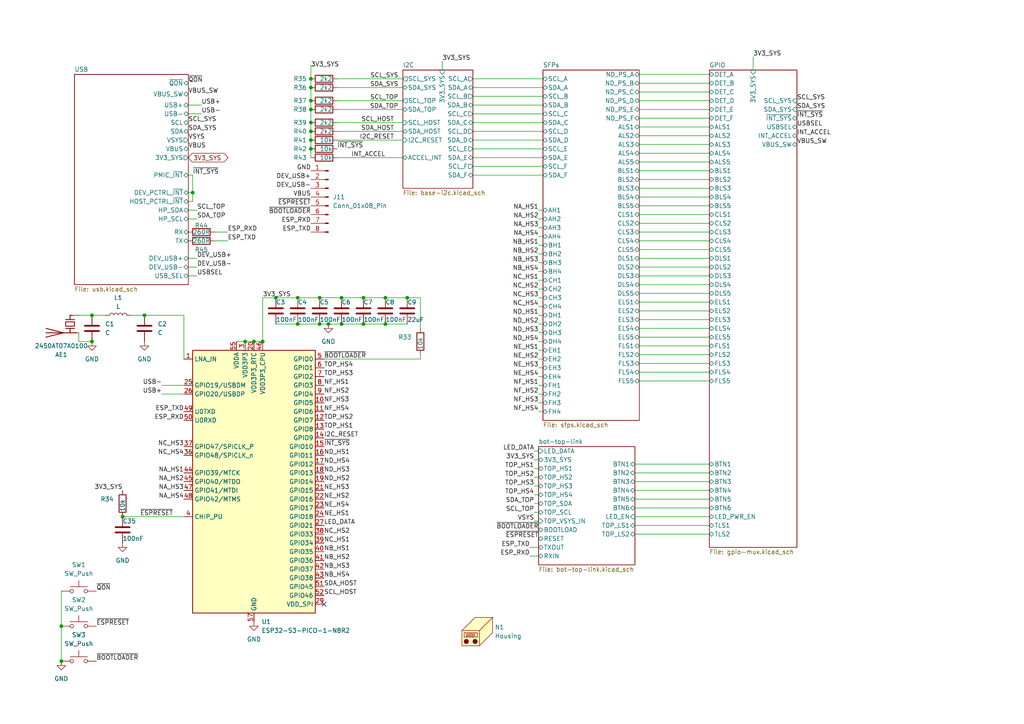
<source format=kicad_sch>
(kicad_sch (version 20230121) (generator eeschema)
  (paper "A4")
  (lib_symbols
    (symbol "Connector:Conn_01x08_Pin" (pin_names (offset 1.016) hide)
      (property "Reference" "J" (at 0 10.16 0))
      (property "Value" "Conn_01x08_Pin" (at 0 -12.7 0))
      (symbol "Conn_01x08_Pin_1_1"
        (polyline (pts (xy 1.27 -10.16) (xy 0.8636 -10.16)) (stroke (width 0.1524)))
        (polyline (pts (xy 1.27 -7.62) (xy 0.8636 -7.62)) (stroke (width 0.1524)))
        (polyline (pts (xy 1.27 -5.08) (xy 0.8636 -5.08)) (stroke (width 0.1524)))
        (polyline (pts (xy 1.27 -2.54) (xy 0.8636 -2.54)) (stroke (width 0.1524)))
        (polyline (pts (xy 1.27 0) (xy 0.8636 0)) (stroke (width 0.1524)))
        (polyline (pts (xy 1.27 2.54) (xy 0.8636 2.54)) (stroke (width 0.1524)))
        (polyline (pts (xy 1.27 5.08) (xy 0.8636 5.08)) (stroke (width 0.1524)))
        (polyline (pts (xy 1.27 7.62) (xy 0.8636 7.62)) (stroke (width 0.1524)))
        (rectangle (start 0.8636 -10.033) (end 0 -10.287) (stroke (width 0.1524)) (fill (type outline)))
        (rectangle (start 0.8636 -7.493) (end 0 -7.747) (stroke (width 0.1524)) (fill (type outline)))
        (rectangle (start 0.8636 -4.953) (end 0 -5.207) (stroke (width 0.1524)) (fill (type outline)))
        (rectangle (start 0.8636 -2.413) (end 0 -2.667) (stroke (width 0.1524)) (fill (type outline)))
        (rectangle (start 0.8636 0.127) (end 0 -0.127) (stroke (width 0.1524)) (fill (type outline)))
        (rectangle (start 0.8636 2.667) (end 0 2.413) (stroke (width 0.1524)) (fill (type outline)))
        (rectangle (start 0.8636 5.207) (end 0 4.953) (stroke (width 0.1524)) (fill (type outline)))
        (rectangle (start 0.8636 7.747) (end 0 7.493) (stroke (width 0.1524)) (fill (type outline)))
        (pin passive line (at 5.08 7.62 180) (length 3.81) (name "Pin_1") (number "1"))
        (pin passive line (at 5.08 5.08 180) (length 3.81) (name "Pin_2") (number "2"))
        (pin passive line (at 5.08 2.54 180) (length 3.81) (name "Pin_3") (number "3"))
        (pin passive line (at 5.08 0 180) (length 3.81) (name "Pin_4") (number "4"))
        (pin passive line (at 5.08 -2.54 180) (length 3.81) (name "Pin_5") (number "5"))
        (pin passive line (at 5.08 -5.08 180) (length 3.81) (name "Pin_6") (number "6"))
        (pin passive line (at 5.08 -7.62 180) (length 3.81) (name "Pin_7") (number "7"))
        (pin passive line (at 5.08 -10.16 180) (length 3.81) (name "Pin_8") (number "8"))
      )
    )
    (symbol "Device:Antenna_Chip" (pin_numbers hide) (pin_names (offset 1.016) hide)
      (property "Reference" "AE" (at 0 5.08 0))
      (property "Value" "Antenna_Chip" (at 0 3.175 0))
      (symbol "Antenna_Chip_0_1"
        (polyline (pts (xy -2.54 0) (xy -2.54 -0.635)) (stroke (width 0.254)))
        (polyline (pts (xy -2.54 0) (xy -1.27 0)) (stroke (width 0.254)))
        (polyline (pts (xy 1.27 0) (xy 2.54 0)) (stroke (width 0.254)))
        (polyline (pts (xy 1.27 1.27) (xy 1.27 -1.27)) (stroke (width 0.254)))
        (polyline (pts (xy 2.54 -0.635) (xy 2.54 0)))
        (polyline (pts (xy 2.54 6.985) (xy 2.54 -1.905)) (stroke (width 0.254)))
        (polyline (pts (xy -1.27 1.27) (xy -1.27 -1.27) (xy -1.27 0)) (stroke (width 0.254)))
        (polyline (pts (xy 3.81 6.985) (xy 2.54 1.905) (xy 1.27 6.985)) (stroke (width 0.254)))
        (polyline (pts (xy -0.635 1.27) (xy 0.635 1.27) (xy 0.635 -1.27) (xy -0.635 -1.27) (xy -0.635 1.27)) (stroke (width 0.254)))
      )
      (symbol "Antenna_Chip_1_1"
        (pin input line (at -2.54 -2.54 90) (length 2.54) (name "FEED") (number "1"))
        (pin passive line (at 2.54 -2.54 90) (length 2.54) (name "PCB_Trace") (number "2"))
      )
    )
    (symbol "Device:C" (pin_numbers hide) (pin_names (offset 0.254))
      (property "Reference" "C" (at 0.635 2.54 0))
      (property "Value" "C" (at 0.635 -2.54 0))
      (symbol "C_0_1"
        (polyline (pts (xy -2.032 -0.762) (xy 2.032 -0.762)) (stroke (width 0.508)))
        (polyline (pts (xy -2.032 0.762) (xy 2.032 0.762)) (stroke (width 0.508)))
      )
      (symbol "C_1_1"
        (pin passive line (at 0 3.81 270) (length 2.794) (name "~") (number "1"))
        (pin passive line (at 0 -3.81 90) (length 2.794) (name "~") (number "2"))
      )
    )
    (symbol "Device:L" (pin_numbers hide) (pin_names (offset 1.016) hide)
      (property "Reference" "L" (at -1.27 0 90))
      (property "Value" "L" (at 1.905 0 90))
      (symbol "L_0_1"
        (arc (start 0 -2.54) (mid 0.6323 -1.905) (end 0 -1.27))
        (arc (start 0 -1.27) (mid 0.6323 -0.635) (end 0 0))
        (arc (start 0 0) (mid 0.6323 0.635) (end 0 1.27))
        (arc (start 0 1.27) (mid 0.6323 1.905) (end 0 2.54))
      )
      (symbol "L_1_1"
        (pin passive line (at 0 3.81 270) (length 1.27) (name "1") (number "1"))
        (pin passive line (at 0 -3.81 90) (length 1.27) (name "2") (number "2"))
      )
    )
    (symbol "Device:R" (pin_numbers hide) (pin_names (offset 0))
      (property "Reference" "R" (at 2.032 0 90))
      (property "Value" "R" (at 0 0 90))
      (symbol "R_0_1"
        (rectangle (start -1.016 -2.54) (end 1.016 2.54) (stroke (width 0.254)))
      )
      (symbol "R_1_1"
        (pin passive line (at 0 3.81 270) (length 1.27) (name "~") (number "1"))
        (pin passive line (at 0 -3.81 90) (length 1.27) (name "~") (number "2"))
      )
    )
    (symbol "Mechanical:Housing" (pin_names (offset 1.016))
      (property "Reference" "N" (at 3.81 0 0))
      (property "Value" "Housing" (at 3.81 -1.905 0))
      (symbol "Housing_0_1"
        (rectangle (start -5.08 -0.635) (end -1.27 -1.905))
        (circle (center -4.445 -3.175) (radius 0.635) (fill (type outline)))
        (circle (center -1.905 -3.175) (radius 0.635) (fill (type outline)))
        (polyline (pts (xy -4.5212 -1.5748) (xy -4.4704 -1.3716)))
        (polyline (pts (xy -4.4196 -1.6764) (xy -4.064 -1.6764)))
        (polyline (pts (xy -4.4196 -1.2192) (xy -4.3688 -0.9652)))
        (polyline (pts (xy -4.318 -1.3208) (xy -4.0132 -1.3208)))
        (polyline (pts (xy -4.2164 -0.9144) (xy -3.9116 -0.9144)))
        (polyline (pts (xy -3.9116 -1.6256) (xy -3.8608 -1.3716)))
        (polyline (pts (xy -3.81 -1.2192) (xy -3.7592 -0.9652)))
        (polyline (pts (xy -3.6068 -1.5748) (xy -3.556 -1.3716)))
        (polyline (pts (xy -3.5052 -1.6764) (xy -3.1496 -1.6764)))
        (polyline (pts (xy -3.5052 -1.2192) (xy -3.4544 -0.9652)))
        (polyline (pts (xy -3.4036 -1.3208) (xy -3.0988 -1.3208)))
        (polyline (pts (xy -3.302 -0.9144) (xy -2.9972 -0.9144)))
        (polyline (pts (xy -2.9972 -1.6256) (xy -2.9464 -1.3716)))
        (polyline (pts (xy -2.8956 -1.2192) (xy -2.8448 -0.9652)))
        (polyline (pts (xy -2.6924 -1.5748) (xy -2.6416 -1.3716)))
        (polyline (pts (xy -2.5908 -1.6764) (xy -2.2352 -1.6764)))
        (polyline (pts (xy -2.5908 -1.2192) (xy -2.54 -0.9652)))
        (polyline (pts (xy -2.4892 -1.3208) (xy -2.1844 -1.3208)))
        (polyline (pts (xy -2.3876 -0.9144) (xy -2.0828 -0.9144)))
        (polyline (pts (xy -2.0828 -1.6256) (xy -2.032 -1.3716)))
        (polyline (pts (xy -1.9812 -1.2192) (xy -1.9304 -0.9652)))
        (polyline (pts (xy -0.635 0) (xy -0.635 -4.445)))
        (polyline (pts (xy -5.715 0) (xy -0.635 0) (xy 3.175 3.81)))
        (polyline (pts (xy -5.715 0) (xy -5.715 -4.445) (xy -0.635 -4.445) (xy 3.175 -0.635) (xy 3.175 3.81) (xy -1.905 3.81) (xy -5.715 0)) (fill (type background)))
      )
    )
    (symbol "Switch:SW_Push" (pin_numbers hide) (pin_names (offset 1.016) hide)
      (property "Reference" "SW" (at 1.27 2.54 0))
      (property "Value" "SW_Push" (at 0 -1.524 0))
      (symbol "SW_Push_0_1"
        (circle (center -2.032 0) (radius 0.508))
        (polyline (pts (xy 0 1.27) (xy 0 3.048)))
        (polyline (pts (xy 2.54 1.27) (xy -2.54 1.27)))
        (circle (center 2.032 0) (radius 0.508))
        (pin passive line (at -5.08 0 0) (length 2.54) (name "1") (number "1"))
        (pin passive line (at 5.08 0 180) (length 2.54) (name "2") (number "2"))
      )
    )
    (symbol "nodular:ESP32-S3-PICO-1-N8R2"
      (property "Reference" "U" (at -17.78 39.37 0))
      (property "Value" "ESP32-S3-PICO-1-N8R2" (at 3.81 39.37 0))
      (symbol "ESP32-S3-PICO-1-N8R2_0_1"
        (rectangle (start -17.78 38.1) (end 17.78 -38.1) (stroke (width 0.254)) (fill (type background)))
      )
      (symbol "ESP32-S3-PICO-1-N8R2_1_0"
        (pin bidirectional line (at -20.32 35.56 0) (length 2.54) (name "LNA_IN") (number "1"))
        (pin bidirectional line (at 20.32 22.86 180) (length 2.54) (name "GPIO5") (number "10"))
        (pin bidirectional line (at 20.32 20.32 180) (length 2.54) (name "GPIO6") (number "11"))
        (pin bidirectional line (at 20.32 17.78 180) (length 2.54) (name "GPIO7") (number "12"))
        (pin bidirectional line (at 20.32 15.24 180) (length 2.54) (name "GPIO8") (number "13"))
        (pin bidirectional line (at 20.32 12.7 180) (length 2.54) (name "GPIO9") (number "14"))
        (pin bidirectional line (at 20.32 10.16 180) (length 2.54) (name "GPIO10") (number "15"))
        (pin bidirectional line (at 20.32 7.62 180) (length 2.54) (name "GPIO11") (number "16"))
        (pin bidirectional line (at 20.32 5.08 180) (length 2.54) (name "GPIO12") (number "17"))
        (pin bidirectional line (at 20.32 2.54 180) (length 2.54) (name "GPIO13") (number "18"))
        (pin bidirectional line (at 20.32 0 180) (length 2.54) (name "GPIO14") (number "19"))
        (pin passive line (at -2.54 40.64 270) (length 2.54) hide (name "VDD3P3") (number "2"))
        (pin power_in line (at 0 40.64 270) (length 2.54) (name "VDD3P3_RTC") (number "20"))
        (pin bidirectional line (at 20.32 -2.54 180) (length 2.54) (name "GPIO15") (number "21"))
        (pin bidirectional line (at 20.32 -5.08 180) (length 2.54) (name "GPIO16") (number "22"))
        (pin bidirectional line (at 20.32 -7.62 180) (length 2.54) (name "GPIO17") (number "23"))
        (pin bidirectional line (at 20.32 -10.16 180) (length 2.54) (name "GPIO18") (number "24"))
        (pin bidirectional line (at -20.32 27.94 0) (length 2.54) (name "GPIO19/USBDM") (number "25"))
        (pin bidirectional line (at -20.32 25.4 0) (length 2.54) (name "GPIO20/USBDP") (number "26"))
        (pin bidirectional line (at 20.32 -12.7 180) (length 2.54) (name "GPIO21") (number "27"))
        (pin no_connect line (at -17.78 -20.32 0) (length 2.54) hide (name "SPICS1") (number "28"))
        (pin power_out line (at 20.32 -35.56 180) (length 2.54) (name "VDD_SPI") (number "29"))
        (pin power_in line (at -2.54 40.64 270) (length 2.54) (name "VDD3P3") (number "3"))
        (pin no_connect line (at -17.78 -22.86 0) (length 2.54) hide (name "NC") (number "30"))
        (pin no_connect line (at -17.78 -25.4 0) (length 2.54) hide (name "NC") (number "31"))
        (pin no_connect line (at -17.78 -27.94 0) (length 2.54) hide (name "NC") (number "32"))
        (pin no_connect line (at -17.78 -30.48 0) (length 2.54) hide (name "NC") (number "33"))
        (pin no_connect line (at -17.78 -33.02 0) (length 2.54) hide (name "NC") (number "34"))
        (pin no_connect line (at -17.78 -35.56 0) (length 2.54) hide (name "NC") (number "35"))
        (pin bidirectional line (at -20.32 7.62 0) (length 2.54) (name "GPIO48/SPICLK_n") (number "36"))
        (pin bidirectional line (at -20.32 10.16 0) (length 2.54) (name "GPIO47/SPICLK_P") (number "37"))
        (pin bidirectional line (at 20.32 -15.24 180) (length 2.54) (name "GPIO33") (number "38"))
        (pin bidirectional line (at 20.32 -17.78 180) (length 2.54) (name "GPIO34") (number "39"))
        (pin input line (at -20.32 -10.16 0) (length 2.54) (name "CHIP_PU") (number "4"))
        (pin bidirectional line (at 20.32 -20.32 180) (length 2.54) (name "GPIO35") (number "40"))
        (pin bidirectional line (at 20.32 -22.86 180) (length 2.54) (name "GPIO36") (number "41"))
        (pin bidirectional line (at 20.32 -25.4 180) (length 2.54) (name "GPIO37") (number "42"))
        (pin bidirectional line (at 20.32 -27.94 180) (length 2.54) (name "GPIO38") (number "43"))
        (pin bidirectional line (at -20.32 2.54 0) (length 2.54) (name "GPIO39/MTCK") (number "44"))
        (pin bidirectional line (at -20.32 0 0) (length 2.54) (name "GPIO40/MTDO") (number "45"))
        (pin power_in line (at 2.54 40.64 270) (length 2.54) (name "VDD3P3_CPU") (number "46"))
        (pin bidirectional line (at -20.32 -2.54 0) (length 2.54) (name "GPIO41/MTDI") (number "47"))
        (pin bidirectional line (at -20.32 -5.08 0) (length 2.54) (name "GPIO42/MTMS") (number "48"))
        (pin output line (at -20.32 20.32 0) (length 2.54) (name "U0TXD") (number "49"))
        (pin bidirectional line (at 20.32 35.56 180) (length 2.54) (name "GPIO0") (number "5"))
        (pin input line (at -20.32 17.78 0) (length 2.54) (name "U0RXD") (number "50"))
        (pin bidirectional line (at 20.32 -30.48 180) (length 2.54) (name "GPIO45") (number "51"))
        (pin bidirectional line (at 20.32 -33.02 180) (length 2.54) (name "GPIO46") (number "52"))
        (pin power_in line (at -5.08 40.64 270) (length 2.54) (name "VDDA") (number "55"))
        (pin passive line (at -5.08 40.64 270) (length 2.54) hide (name "VDDA") (number "56"))
        (pin power_in line (at 0 -40.64 90) (length 2.54) (name "GND") (number "57"))
        (pin bidirectional line (at 20.32 33.02 180) (length 2.54) (name "GPIO1") (number "6"))
        (pin bidirectional line (at 20.32 30.48 180) (length 2.54) (name "GPIO2") (number "7"))
        (pin bidirectional line (at 20.32 27.94 180) (length 2.54) (name "GPIO3") (number "8"))
        (pin bidirectional line (at 20.32 25.4 180) (length 2.54) (name "GPIO4") (number "9"))
      )
    )
    (symbol "power:GND" (power) (pin_names (offset 0))
      (property "Value" "GND" (at 0 -3.81 0))
      (symbol "GND_0_1"
        (polyline (pts (xy 0 0) (xy 0 -1.27) (xy 1.27 -1.27) (xy 0 -2.54) (xy -1.27 -1.27) (xy 0 -1.27)))
      )
      (symbol "GND_1_1"
        (pin power_in line (at 0 0 270) (length 0) hide (name "GND") (number "1"))
      )
    )
  )
  (junction (at 55.88 55.88))
  (junction (at 95.25 93.98))
  (junction (at 105.41 86.36))
  (junction (at 99.06 86.36))
  (junction (at 92.71 86.36))
  (junction (at 92.71 93.98))
  (junction (at 76.2 99.06))
  (junction (at 90.17 38.1))
  (junction (at 105.41 93.98))
  (junction (at 86.36 93.98))
  (junction (at 35.56 149.86))
  (junction (at 41.91 91.44))
  (junction (at 111.76 86.36))
  (junction (at 90.17 22.86))
  (junction (at 90.17 35.56))
  (junction (at 111.76 93.98))
  (junction (at 73.66 99.06))
  (junction (at 90.17 40.64))
  (junction (at 99.06 93.98))
  (junction (at 90.17 29.21))
  (junction (at 90.17 25.4))
  (junction (at 80.01 86.36))
  (junction (at 90.17 31.75))
  (junction (at 86.36 86.36))
  (junction (at 118.11 86.36))
  (junction (at 90.17 43.18))
  (junction (at 17.78 191.77))
  (junction (at 26.67 91.44))
  (junction (at 26.67 99.06))
  (junction (at 17.78 181.61))
  (junction (at 71.12 99.06))
  (no_connect (at 93.98 175.26))
  (wire (pts (xy 156.21 91.44) (xy 157.48 91.44)))
  (wire (pts (xy 156.21 83.82) (xy 157.48 83.82)))
  (wire (pts (xy 46.99 114.3) (xy 53.34 114.3)))
  (wire (pts (xy 97.79 40.64) (xy 116.84 40.64)))
  (wire (pts (xy 22.86 91.44) (xy 26.67 91.44)))
  (wire (pts (xy 111.76 86.36) (xy 118.11 86.36)))
  (wire (pts (xy 185.42 44.45) (xy 205.74 44.45)))
  (wire (pts (xy 184.15 152.4) (xy 205.74 152.4)))
  (wire (pts (xy 156.21 63.5) (xy 157.48 63.5)))
  (wire (pts (xy 156.21 71.12) (xy 157.48 71.12)))
  (wire (pts (xy 154.94 130.81) (xy 156.21 130.81)))
  (wire (pts (xy 185.42 62.23) (xy 205.74 62.23)))
  (wire (pts (xy 90.17 29.21) (xy 90.17 31.75)))
  (wire (pts (xy 73.66 99.06) (xy 76.2 99.06)))
  (wire (pts (xy 184.15 134.62) (xy 205.74 134.62)))
  (wire (pts (xy 156.21 111.76) (xy 157.48 111.76)))
  (wire (pts (xy 156.21 116.84) (xy 157.48 116.84)))
  (wire (pts (xy 54.61 55.88) (xy 55.88 55.88)))
  (wire (pts (xy 185.42 80.01) (xy 205.74 80.01)))
  (wire (pts (xy 156.21 81.28) (xy 157.48 81.28)))
  (wire (pts (xy 154.94 135.89) (xy 156.21 135.89)))
  (wire (pts (xy 156.21 114.3) (xy 157.48 114.3)))
  (wire (pts (xy 90.17 22.86) (xy 90.17 25.4)))
  (wire (pts (xy 105.41 86.36) (xy 99.06 86.36)))
  (wire (pts (xy 185.42 49.53) (xy 205.74 49.53)))
  (wire (pts (xy 62.23 67.31) (xy 66.04 67.31)))
  (wire (pts (xy 156.21 106.68) (xy 157.48 106.68)))
  (wire (pts (xy 91.44 19.05) (xy 90.17 19.05)))
  (wire (pts (xy 121.92 86.36) (xy 121.92 95.25)))
  (wire (pts (xy 35.56 149.86) (xy 53.34 149.86)))
  (wire (pts (xy 80.01 86.36) (xy 76.2 86.36)))
  (wire (pts (xy 105.41 93.98) (xy 111.76 93.98)))
  (wire (pts (xy 156.21 68.58) (xy 157.48 68.58)))
  (wire (pts (xy 185.42 24.13) (xy 205.74 24.13)))
  (wire (pts (xy 68.58 99.06) (xy 71.12 99.06)))
  (wire (pts (xy 86.36 93.98) (xy 92.71 93.98)))
  (wire (pts (xy 99.06 93.98) (xy 105.41 93.98)))
  (wire (pts (xy 92.71 93.98) (xy 95.25 93.98)))
  (wire (pts (xy 185.42 69.85) (xy 205.74 69.85)))
  (wire (pts (xy 92.71 86.36) (xy 86.36 86.36)))
  (wire (pts (xy 46.99 111.76) (xy 53.34 111.76)))
  (wire (pts (xy 185.42 110.49) (xy 205.74 110.49)))
  (wire (pts (xy 185.42 46.99) (xy 205.74 46.99)))
  (wire (pts (xy 185.42 97.79) (xy 205.74 97.79)))
  (wire (pts (xy 185.42 59.69) (xy 205.74 59.69)))
  (wire (pts (xy 95.25 93.98) (xy 99.06 93.98)))
  (wire (pts (xy 90.17 25.4) (xy 90.17 29.21)))
  (wire (pts (xy 185.42 90.17) (xy 205.74 90.17)))
  (wire (pts (xy 137.16 40.64) (xy 157.48 40.64)))
  (wire (pts (xy 184.15 144.78) (xy 205.74 144.78)))
  (wire (pts (xy 97.79 31.75) (xy 116.84 31.75)))
  (wire (pts (xy 153.67 158.75) (xy 156.21 158.75)))
  (wire (pts (xy 17.78 181.61) (xy 17.78 191.77)))
  (wire (pts (xy 156.21 93.98) (xy 157.48 93.98)))
  (wire (pts (xy 99.06 86.36) (xy 92.71 86.36)))
  (wire (pts (xy 54.61 50.8) (xy 55.88 50.8)))
  (wire (pts (xy 137.16 35.56) (xy 157.48 35.56)))
  (wire (pts (xy 156.21 119.38) (xy 157.48 119.38)))
  (wire (pts (xy 41.91 91.44) (xy 53.34 91.44)))
  (wire (pts (xy 97.79 35.56) (xy 116.84 35.56)))
  (wire (pts (xy 185.42 85.09) (xy 205.74 85.09)))
  (wire (pts (xy 90.17 31.75) (xy 90.17 35.56)))
  (wire (pts (xy 185.42 92.71) (xy 205.74 92.71)))
  (wire (pts (xy 184.15 139.7) (xy 205.74 139.7)))
  (wire (pts (xy 128.27 17.78) (xy 128.27 20.32)))
  (wire (pts (xy 185.42 21.59) (xy 205.74 21.59)))
  (wire (pts (xy 86.36 86.36) (xy 80.01 86.36)))
  (wire (pts (xy 76.2 86.36) (xy 76.2 99.06)))
  (wire (pts (xy 17.78 171.45) (xy 17.78 181.61)))
  (wire (pts (xy 185.42 102.87) (xy 205.74 102.87)))
  (wire (pts (xy 156.21 88.9) (xy 157.48 88.9)))
  (wire (pts (xy 156.21 76.2) (xy 157.48 76.2)))
  (wire (pts (xy 93.98 104.14) (xy 121.92 104.14)))
  (wire (pts (xy 185.42 41.91) (xy 205.74 41.91)))
  (wire (pts (xy 54.61 80.01) (xy 57.15 80.01)))
  (wire (pts (xy 54.61 33.02) (xy 58.42 33.02)))
  (wire (pts (xy 137.16 30.48) (xy 157.48 30.48)))
  (wire (pts (xy 185.42 95.25) (xy 205.74 95.25)))
  (wire (pts (xy 154.94 143.51) (xy 156.21 143.51)))
  (wire (pts (xy 184.15 149.86) (xy 205.74 149.86)))
  (wire (pts (xy 184.15 154.94) (xy 205.74 154.94)))
  (wire (pts (xy 38.1 91.44) (xy 41.91 91.44)))
  (wire (pts (xy 156.21 60.96) (xy 157.48 60.96)))
  (wire (pts (xy 62.23 69.85) (xy 66.04 69.85)))
  (wire (pts (xy 154.94 133.35) (xy 156.21 133.35)))
  (wire (pts (xy 54.61 74.93) (xy 57.15 74.93)))
  (wire (pts (xy 97.79 45.72) (xy 116.84 45.72)))
  (wire (pts (xy 137.16 48.26) (xy 157.48 48.26)))
  (wire (pts (xy 97.79 29.21) (xy 116.84 29.21)))
  (wire (pts (xy 185.42 105.41) (xy 205.74 105.41)))
  (wire (pts (xy 185.42 77.47) (xy 205.74 77.47)))
  (wire (pts (xy 185.42 36.83) (xy 205.74 36.83)))
  (wire (pts (xy 137.16 43.18) (xy 157.48 43.18)))
  (wire (pts (xy 156.21 66.04) (xy 157.48 66.04)))
  (wire (pts (xy 90.17 43.18) (xy 90.17 45.72)))
  (wire (pts (xy 71.12 99.06) (xy 73.66 99.06)))
  (wire (pts (xy 154.94 138.43) (xy 156.21 138.43)))
  (wire (pts (xy 90.17 19.05) (xy 90.17 22.86)))
  (wire (pts (xy 185.42 82.55) (xy 205.74 82.55)))
  (wire (pts (xy 55.88 58.42) (xy 55.88 55.88)))
  (wire (pts (xy 156.21 101.6) (xy 157.48 101.6)))
  (wire (pts (xy 185.42 64.77) (xy 205.74 64.77)))
  (wire (pts (xy 137.16 27.94) (xy 157.48 27.94)))
  (wire (pts (xy 184.15 147.32) (xy 205.74 147.32)))
  (wire (pts (xy 90.17 40.64) (xy 90.17 43.18)))
  (wire (pts (xy 22.86 96.52) (xy 22.86 99.06)))
  (wire (pts (xy 54.61 77.47) (xy 57.15 77.47)))
  (wire (pts (xy 156.21 96.52) (xy 157.48 96.52)))
  (wire (pts (xy 185.42 29.21) (xy 205.74 29.21)))
  (wire (pts (xy 55.88 55.88) (xy 55.88 50.8)))
  (wire (pts (xy 26.67 91.44) (xy 30.48 91.44)))
  (wire (pts (xy 218.44 16.51) (xy 218.44 20.32)))
  (wire (pts (xy 154.94 146.05) (xy 156.21 146.05)))
  (wire (pts (xy 184.15 137.16) (xy 205.74 137.16)))
  (wire (pts (xy 54.61 30.48) (xy 58.42 30.48)))
  (wire (pts (xy 137.16 33.02) (xy 157.48 33.02)))
  (wire (pts (xy 185.42 57.15) (xy 205.74 57.15)))
  (wire (pts (xy 185.42 52.07) (xy 205.74 52.07)))
  (wire (pts (xy 137.16 38.1) (xy 157.48 38.1)))
  (wire (pts (xy 156.21 73.66) (xy 157.48 73.66)))
  (wire (pts (xy 54.61 60.96) (xy 57.15 60.96)))
  (wire (pts (xy 185.42 67.31) (xy 205.74 67.31)))
  (wire (pts (xy 185.42 54.61) (xy 205.74 54.61)))
  (wire (pts (xy 97.79 38.1) (xy 116.84 38.1)))
  (wire (pts (xy 137.16 22.86) (xy 157.48 22.86)))
  (wire (pts (xy 156.21 109.22) (xy 157.48 109.22)))
  (wire (pts (xy 156.21 78.74) (xy 157.48 78.74)))
  (wire (pts (xy 90.17 35.56) (xy 90.17 38.1)))
  (wire (pts (xy 185.42 26.67) (xy 205.74 26.67)))
  (wire (pts (xy 118.11 86.36) (xy 121.92 86.36)))
  (wire (pts (xy 90.17 38.1) (xy 90.17 40.64)))
  (wire (pts (xy 137.16 50.8) (xy 157.48 50.8)))
  (wire (pts (xy 111.76 93.98) (xy 118.11 93.98)))
  (wire (pts (xy 185.42 87.63) (xy 205.74 87.63)))
  (wire (pts (xy 156.21 99.06) (xy 157.48 99.06)))
  (wire (pts (xy 156.21 86.36) (xy 157.48 86.36)))
  (wire (pts (xy 53.34 91.44) (xy 53.34 104.14)))
  (wire (pts (xy 105.41 86.36) (xy 111.76 86.36)))
  (wire (pts (xy 156.21 104.14) (xy 157.48 104.14)))
  (wire (pts (xy 184.15 142.24) (xy 205.74 142.24)))
  (wire (pts (xy 54.61 58.42) (xy 55.88 58.42)))
  (wire (pts (xy 185.42 39.37) (xy 205.74 39.37)))
  (wire (pts (xy 137.16 25.4) (xy 157.48 25.4)))
  (wire (pts (xy 153.67 161.29) (xy 156.21 161.29)))
  (wire (pts (xy 185.42 74.93) (xy 205.74 74.93)))
  (wire (pts (xy 154.94 151.13) (xy 156.21 151.13)))
  (wire (pts (xy 185.42 107.95) (xy 205.74 107.95)))
  (wire (pts (xy 54.61 63.5) (xy 57.15 63.5)))
  (wire (pts (xy 121.92 104.14) (xy 121.92 102.87)))
  (wire (pts (xy 97.79 25.4) (xy 116.84 25.4)))
  (wire (pts (xy 80.01 93.98) (xy 86.36 93.98)))
  (wire (pts (xy 185.42 100.33) (xy 205.74 100.33)))
  (wire (pts (xy 154.94 140.97) (xy 156.21 140.97)))
  (wire (pts (xy 185.42 31.75) (xy 205.74 31.75)))
  (wire (pts (xy 185.42 72.39) (xy 205.74 72.39)))
  (wire (pts (xy 137.16 45.72) (xy 157.48 45.72)))
  (wire (pts (xy 97.79 22.86) (xy 116.84 22.86)))
  (wire (pts (xy 154.94 148.59) (xy 156.21 148.59)))
  (wire (pts (xy 22.86 99.06) (xy 26.67 99.06)))
  (wire (pts (xy 185.42 34.29) (xy 205.74 34.29)))
  (label "DEV_USB+" (at 57.15 74.93 0))
  (label "NF_HS1" (at 93.98 111.76 0))
  (label "USBSEL" (at 57.15 80.01 0))
  (label "ESP_TXD" (at 90.17 67.31 180))
  (label "USBSEL" (at 231.14 36.83 0))
  (label "NA_HS2" (at 156.21 63.5 180))
  (label "TOP_HS2" (at 93.98 121.92 0))
  (label "3V3_SYS" (at 76.2 86.36 0))
  (label "SCL_TOP" (at 154.94 148.59 180))
  (label "NC_HS3" (at 53.34 129.54 180))
  (label "~{BOOTLOADER}" (at 156.21 153.67 180))
  (label "TOP_HS3" (at 93.98 109.22 0))
  (label "~{INT_SYS}" (at 93.98 129.54 0))
  (label "NE_HS2" (at 93.98 144.78 0))
  (label "NA_HS3" (at 156.21 66.04 180))
  (label "NF_HS3" (at 93.98 116.84 0))
  (label "NC_HS1" (at 93.98 157.48 0))
  (label "~{ESPRESET}" (at 40.64 149.86 0))
  (label "ND_HS3" (at 93.98 137.16 0))
  (label "ESP_RXD" (at 153.67 161.29 180))
  (label "SDA_TOP" (at 57.15 63.5 0))
  (label "~{INT_SYS}" (at 55.88 50.8 0))
  (label "TOP_HS1" (at 93.98 124.46 0))
  (label "~{ESPRESET}" (at 156.21 156.21 180))
  (label "ND_HS2" (at 93.98 139.7 0))
  (label "DEV_USB+" (at 90.17 52.07 180))
  (label "VBUS_SW" (at 231.14 41.91 0))
  (label "NB_HS1" (at 93.98 160.02 0))
  (label "ESP_TXD" (at 53.34 119.38 180))
  (label "3V3_SYS" (at 218.44 16.51 0))
  (label "NE_HS1" (at 156.21 101.6 180))
  (label "SCL_HOST" (at 114.3 35.56 180))
  (label "NE_HS4" (at 156.21 109.22 180))
  (label "SCL_TOP" (at 115.57 29.21 180))
  (label "NE_HS3" (at 93.98 142.24 0))
  (label "LED_DATA" (at 93.98 152.4 0))
  (label "NC_HS2" (at 93.98 154.94 0))
  (label "~{QON}" (at 54.61 24.13 0))
  (label "I2C_RESET" (at 114.3 40.64 180))
  (label "SDA_SYS" (at 115.57 25.4 180))
  (label "VSYS" (at 154.94 151.13 180))
  (label "ESP_RXD" (at 90.17 64.77 180))
  (label "NB_HS3" (at 93.98 165.1 0))
  (label "INT_ACCEL" (at 231.14 39.37 0))
  (label "NA_HS4" (at 156.21 68.58 180))
  (label "NA_HS2" (at 53.34 139.7 180))
  (label "NF_HS2" (at 156.21 114.3 180))
  (label "TOP_HS4" (at 154.94 143.51 180))
  (label "ND_HS1" (at 93.98 132.08 0))
  (label "NF_HS1" (at 156.21 111.76 180))
  (label "SDA_TOP" (at 115.57 31.75 180))
  (label "NB_HS4" (at 93.98 167.64 0))
  (label "SDA_SYS" (at 231.14 31.75 0))
  (label "NF_HS4" (at 156.21 119.38 180))
  (label "NB_HS2" (at 93.98 162.56 0))
  (label "NF_HS2" (at 93.98 114.3 0))
  (label "TOP_HS3" (at 154.94 140.97 180))
  (label "NB_HS4" (at 156.21 78.74 180))
  (label "DEV_USB-" (at 90.17 54.61 180))
  (label "NE_HS1" (at 93.98 149.86 0))
  (label "NC_HS4" (at 156.21 88.9 180))
  (label "NB_HS1" (at 156.21 71.12 180))
  (label "3V3_SYS" (at 128.27 17.78 0))
  (label "~{BOOTLOADER}" (at 90.17 62.23 180))
  (label "NB_HS2" (at 156.21 73.66 180))
  (label "NC_HS2" (at 156.21 83.82 180))
  (label "TOP_HS1" (at 154.94 135.89 180))
  (label "ND_HS3" (at 156.21 96.52 180))
  (label "VSYS" (at 54.61 40.64 0))
  (label "NB_HS3" (at 156.21 76.2 180))
  (label "I2C_RESET" (at 93.98 127 0))
  (label "VBUS_SW" (at 54.61 27.305 0))
  (label "SDA_SYS" (at 54.61 38.1 0))
  (label "NC_HS3" (at 156.21 86.36 180))
  (label "USB-" (at 46.99 111.76 180))
  (label "ESP_RXD" (at 66.04 67.31 0))
  (label "USB+" (at 58.42 30.48 0))
  (label "~{INT_SYS}" (at 97.79 43.18 0))
  (label "ND_HS4" (at 156.21 99.06 180))
  (label "ESP_RXD" (at 53.34 121.92 180))
  (label "~{ESPRESET}" (at 90.17 59.69 180))
  (label "~{INT_SYS}" (at 231.14 34.29 0))
  (label "SDA_TOP" (at 154.94 146.05 180))
  (label "SDA_HOST" (at 93.98 170.18 0))
  (label "TOP_HS2" (at 154.94 138.43 180))
  (label "NA_HS1" (at 156.21 60.96 180))
  (label "INT_ACCEL" (at 111.76 45.72 180))
  (label "NA_HS3" (at 53.34 142.24 180))
  (label "NF_HS4" (at 93.98 119.38 0))
  (label "~{BOOTLOADER}" (at 93.98 104.14 0))
  (label "LED_DATA" (at 154.94 130.81 180))
  (label "USB+" (at 46.99 114.3 180))
  (label "SCL_SYS" (at 115.57 22.86 180))
  (label "ESP_TXD" (at 66.04 69.85 0))
  (label "NE_HS4" (at 93.98 147.32 0))
  (label "SCL_SYS" (at 54.61 35.56 0))
  (label "NE_HS3" (at 156.21 106.68 180))
  (label "NF_HS3" (at 156.21 116.84 180))
  (label "~{ESPRESET}" (at 27.94 181.61 0))
  (label "TOP_HS4" (at 93.98 106.68 0))
  (label "ND_HS2" (at 156.21 93.98 180))
  (label "ESP_TXD" (at 153.67 158.75 180))
  (label "3V3_SYS" (at 35.56 142.24 180))
  (label "NC_HS1" (at 156.21 81.28 180))
  (label "DEV_USB-" (at 57.15 77.47 0))
  (label "NA_HS4" (at 53.34 144.78 180))
  (label "SCL_HOST" (at 93.98 172.72 0))
  (label "3V3_SYS" (at 154.94 133.35 180))
  (label "ND_HS1" (at 156.21 91.44 180))
  (label "3V3_SYS" (at 90.17 19.685 0))
  (label "SCL_SYS" (at 231.14 29.21 0))
  (label "~{QON}" (at 27.94 171.45 0))
  (label "NA_HS1" (at 53.34 137.16 180))
  (label "SDA_HOST" (at 114.3 38.1 180))
  (label "USB-" (at 58.42 33.02 0))
  (label "VBUS" (at 90.17 57.15 180))
  (label "ND_HS4" (at 93.98 134.62 0))
  (label "VBUS" (at 54.61 43.18 0))
  (label "SCL_TOP" (at 57.15 60.96 0))
  (label "GND" (at 90.17 49.53 180))
  (label "NC_HS4" (at 53.34 132.08 180))
  (label "NE_HS2" (at 156.21 104.14 180))
  (label "~{BOOTLOADER}" (at 27.94 191.77 0))
  (global_label "3V3_SYS" (shape bidirectional) (at 54.61 45.72 0) (property "Intersheetrefs" "${INTERSHEET_REFS}" (effects hide)))
  (symbol (lib_id "Device:R") (at 93.98 45.72 90) (unit 1)
    (property "Reference" "R43" (at 85.09 45.72 90) (effects (justify right)))
    (property "Value" "10k" (at 92.71 45.72 90) (effects (justify right)))
    (property "Footprint" "Resistor_SMD:R_0402_1005Metric" (effects hide))
  )
  (symbol (lib_id "Switch:SW_Push") (at 22.86 171.45 0) (unit 1)
    (property "Reference" "SW1" (at 22.86 163.83 0))
    (property "Value" "SW_Push" (at 22.86 166.37 0))
    (property "Footprint" "nodular:sidebutton-1TS003B-1400-3500A-CT" (effects hide))
  )
  (symbol (lib_id "Device:R") (at 93.98 40.64 90) (unit 1)
    (property "Reference" "R41" (at 85.09 40.64 90) (effects (justify right)))
    (property "Value" "10k" (at 92.71 40.64 90) (effects (justify right)))
    (property "Footprint" "Resistor_SMD:R_0402_1005Metric" (effects hide))
  )
  (symbol (lib_id "Connector:Conn_01x08_Pin") (at 95.25 57.15 0) (mirror y) (unit 1)
    (property "Reference" "J11" (at 96.52 57.15 0) (effects (justify right)))
    (property "Value" "Conn_01x08_Pin" (at 96.52 59.69 0) (effects (justify right)))
    (property "Footprint" "nodular:SOIC_clipProgSmall" (effects hide))
  )
  (symbol (lib_id "power:GND") (at 41.91 99.06 0) (unit 1)
    (property "Reference" "#PWR04" (effects hide))
    (property "Value" "GND" (at 41.91 104.14 0))
  )
  (symbol (lib_id "power:GND") (at 73.66 180.34 0) (unit 1)
    (property "Reference" "#PWR06" (effects hide))
    (property "Value" "GND" (at 73.66 185.42 0))
  )
  (symbol (lib_id "power:GND") (at 26.67 99.06 0) (unit 1)
    (property "Reference" "#PWR03" (effects hide))
    (property "Value" "GND" (at 26.67 104.14 0))
  )
  (symbol (lib_id "Device:R") (at 58.42 67.31 270) (unit 1)
    (property "Reference" "R44" (at 58.42 65.405 90))
    (property "Value" "260R" (at 58.42 67.31 90))
    (property "Footprint" "Resistor_SMD:R_0402_1005Metric" (effects hide))
  )
  (symbol (lib_id "Device:C") (at 92.71 90.17 0) (unit 1)
    (property "Reference" "C5" (at 92.71 87.63 0) (effects (justify left)))
    (property "Value" "100nF" (at 92.71 92.71 0) (effects (justify left)))
    (property "Footprint" "Capacitor_SMD:C_0402_1005Metric" (effects hide))
  )
  (symbol (lib_id "Device:L") (at 34.29 91.44 90) (unit 1)
    (property "Reference" "L1" (at 34.29 86.36 90))
    (property "Value" "L" (at 34.29 88.9 90))
    (property "Footprint" "Inductor_SMD:L_0402_1005Metric" (effects hide))
  )
  (symbol (lib_id "Device:R") (at 93.98 43.18 90) (unit 1)
    (property "Reference" "R42" (at 85.09 43.18 90) (effects (justify right)))
    (property "Value" "10k" (at 92.71 43.18 90) (effects (justify right)))
    (property "Footprint" "Resistor_SMD:R_0402_1005Metric" (effects hide))
  )
  (symbol (lib_id "Device:C") (at 111.76 90.17 0) (unit 1)
    (property "Reference" "C8" (at 111.76 87.63 0) (effects (justify left)))
    (property "Value" "100nF" (at 111.76 92.71 0) (effects (justify left)))
    (property "Footprint" "Capacitor_SMD:C_0402_1005Metric" (effects hide))
  )
  (symbol (lib_id "Device:R") (at 93.98 25.4 90) (unit 1)
    (property "Reference" "R36" (at 85.09 25.4 90) (effects (justify right)))
    (property "Value" "2k2" (at 92.71 25.4 90) (effects (justify right)))
    (property "Footprint" "Resistor_SMD:R_0402_1005Metric" (effects hide))
  )
  (symbol (lib_id "Device:C") (at 118.11 90.17 0) (unit 1)
    (property "Reference" "C9" (at 118.11 87.63 0) (effects (justify left)))
    (property "Value" "22uF" (at 118.11 92.71 0) (effects (justify left)))
    (property "Footprint" "Capacitor_SMD:C_1206_3216Metric" (effects hide))
  )
  (symbol (lib_id "Device:R") (at 93.98 22.86 90) (unit 1)
    (property "Reference" "R35" (at 85.09 22.86 90) (effects (justify right)))
    (property "Value" "2k2" (at 92.71 22.86 90) (effects (justify right)))
    (property "Footprint" "Resistor_SMD:R_0402_1005Metric" (effects hide))
  )
  (symbol (lib_id "Switch:SW_Push") (at 22.86 191.77 0) (unit 1)
    (property "Reference" "SW3" (at 22.86 184.15 0))
    (property "Value" "SW_Push" (at 22.86 186.69 0))
    (property "Footprint" "nodular:sidebutton-1TS003B-1400-3500A-CT" (effects hide))
  )
  (symbol (lib_id "Mechanical:Housing") (at 139.7 182.88 0) (unit 1)
    (property "Reference" "N1" (at 143.51 181.9275 0) (effects (justify left)))
    (property "Value" "Housing" (at 143.51 184.4675 0) (effects (justify left)))
    (property "Footprint" "nodular:bartholomew" (effects hide))
  )
  (symbol (lib_id "Device:C") (at 26.67 95.25 0) (unit 1)
    (property "Reference" "C1" (at 30.48 93.98 0) (effects (justify left)))
    (property "Value" "C" (at 30.48 96.52 0) (effects (justify left)))
    (property "Footprint" "Capacitor_SMD:C_0402_1005Metric" (effects hide))
  )
  (symbol (lib_id "Device:R") (at 93.98 31.75 90) (unit 1)
    (property "Reference" "R38" (at 85.09 31.75 90) (effects (justify right)))
    (property "Value" "2k2" (at 92.71 31.75 90) (effects (justify right)))
    (property "Footprint" "Resistor_SMD:R_0402_1005Metric" (effects hide))
  )
  (symbol (lib_id "Device:C") (at 35.56 153.67 0) (unit 1)
    (property "Reference" "C35" (at 35.56 151.13 0) (effects (justify left)))
    (property "Value" "100nF" (at 35.56 156.21 0) (effects (justify left)))
    (property "Footprint" "Capacitor_SMD:C_0402_1005Metric" (effects hide))
  )
  (symbol (lib_id "Device:R") (at 93.98 38.1 90) (unit 1)
    (property "Reference" "R40" (at 85.09 38.1 90) (effects (justify right)))
    (property "Value" "2k2" (at 92.71 38.1 90) (effects (justify right)))
    (property "Footprint" "Resistor_SMD:R_0402_1005Metric" (effects hide))
  )
  (symbol (lib_id "nodular:ESP32-S3-PICO-1-N8R2") (at 73.66 139.7 0) (unit 1)
    (property "Reference" "U1" (at 75.8541 180.34 0) (effects (justify left)))
    (property "Value" "ESP32-S3-PICO-1-N8R2" (at 75.8541 182.88 0) (effects (justify left)))
    (property "Footprint" "Package_DFN_QFN:QFN-56-1EP_7x7mm_P0.4mm_EP4x4mm" (effects hide))
  )
  (symbol (lib_id "Device:R") (at 121.92 99.06 0) (unit 1)
    (property "Reference" "R33" (at 119.38 97.79 0) (effects (justify right)))
    (property "Value" "10k" (at 121.92 97.79 90) (effects (justify right)))
    (property "Footprint" "Resistor_SMD:R_0402_1005Metric" (effects hide))
  )
  (symbol (lib_id "Device:C") (at 80.01 90.17 0) (unit 1)
    (property "Reference" "C3" (at 80.01 87.63 0) (effects (justify left)))
    (property "Value" "100nF" (at 80.01 92.71 0) (effects (justify left)))
    (property "Footprint" "Capacitor_SMD:C_0402_1005Metric" (effects hide))
  )
  (symbol (lib_id "power:GND") (at 35.56 157.48 0) (unit 1)
    (property "Reference" "#PWR052" (effects hide))
    (property "Value" "GND" (at 35.56 162.56 0))
  )
  (symbol (lib_id "Device:C") (at 99.06 90.17 0) (unit 1)
    (property "Reference" "C6" (at 99.06 87.63 0) (effects (justify left)))
    (property "Value" "100nF" (at 99.06 92.71 0) (effects (justify left)))
    (property "Footprint" "Capacitor_SMD:C_0402_1005Metric" (effects hide))
  )
  (symbol (lib_id "Device:R") (at 93.98 35.56 90) (unit 1)
    (property "Reference" "R39" (at 85.09 35.56 90) (effects (justify right)))
    (property "Value" "2k2" (at 92.71 35.56 90) (effects (justify right)))
    (property "Footprint" "Resistor_SMD:R_0402_1005Metric" (effects hide))
  )
  (symbol (lib_id "Device:R") (at 93.98 29.21 90) (unit 1)
    (property "Reference" "R37" (at 85.09 29.21 90) (effects (justify right)))
    (property "Value" "2k2" (at 92.71 29.21 90) (effects (justify right)))
    (property "Footprint" "Resistor_SMD:R_0402_1005Metric" (effects hide))
  )
  (symbol (lib_id "Switch:SW_Push") (at 22.86 181.61 0) (unit 1)
    (property "Reference" "SW2" (at 22.86 173.99 0))
    (property "Value" "SW_Push" (at 22.86 176.53 0))
    (property "Footprint" "nodular:sidebutton-1TS003B-1400-3500A-CT" (effects hide))
  )
  (symbol (lib_id "Device:C") (at 41.91 95.25 0) (unit 1)
    (property "Reference" "C2" (at 45.72 93.98 0) (effects (justify left)))
    (property "Value" "C" (at 45.72 96.52 0) (effects (justify left)))
    (property "Footprint" "Capacitor_SMD:C_0402_1005Metric" (effects hide))
  )
  (symbol (lib_id "Device:Antenna_Chip") (at 20.32 93.98 90) (mirror x) (unit 1)
    (property "Reference" "AE1" (at 17.78 102.87 90))
    (property "Value" "2450AT07A0100" (at 17.78 100.33 90))
    (property "Footprint" "nodular:Johanson_2450AT07A0100_FLRight" (effects hide))
  )
  (symbol (lib_id "Device:C") (at 105.41 90.17 0) (unit 1)
    (property "Reference" "C7" (at 105.41 87.63 0) (effects (justify left)))
    (property "Value" "100nF" (at 105.41 92.71 0) (effects (justify left)))
    (property "Footprint" "Capacitor_SMD:C_0402_1005Metric" (effects hide))
  )
  (symbol (lib_id "Device:C") (at 86.36 90.17 0) (unit 1)
    (property "Reference" "C4" (at 86.36 87.63 0) (effects (justify left)))
    (property "Value" "100nF" (at 86.36 92.71 0) (effects (justify left)))
    (property "Footprint" "Capacitor_SMD:C_0402_1005Metric" (effects hide))
  )
  (symbol (lib_id "power:GND") (at 17.78 191.77 0) (mirror y) (unit 1)
    (property "Reference" "#PWR051" (effects hide))
    (property "Value" "GND" (at 17.78 196.85 0))
  )
  (symbol (lib_id "Device:R") (at 58.42 69.85 270) (unit 1)
    (property "Reference" "R45" (at 58.42 72.39 90))
    (property "Value" "260R" (at 58.42 69.85 90))
    (property "Footprint" "Resistor_SMD:R_0402_1005Metric" (effects hide))
  )
  (symbol (lib_id "Device:R") (at 35.56 146.05 0) (unit 1)
    (property "Reference" "R34" (at 33.02 144.78 0) (effects (justify right)))
    (property "Value" "10k" (at 35.56 144.78 90) (effects (justify right)))
    (property "Footprint" "Resistor_SMD:R_0402_1005Metric" (effects hide))
  )
  (symbol (lib_id "power:GND") (at 95.25 93.98 0) (unit 1)
    (property "Reference" "#PWR05" (effects hide))
    (property "Value" "GND" (at 95.25 99.06 0))
  )
  (sheet (at 156.21 129.54) (size 27.94 34.29) (stroke (width 0.1524))
    (property "Sheetname" "bot-top-link" (at 156.21 128.8284 0) (effects (justify left bottom)))
    (property "Sheetfile" "bot-top-link.kicad_sch" (at 156.21 164.4146 0) (effects (justify left top)))
    (pin "LED_EN" input (at 184.15 149.86 0))
    (pin "LED_DATA" input (at 156.21 130.81 180))
    (pin "TOP_VSYS_IN" input (at 156.21 151.13 180))
    (pin "BTN1" bidirectional (at 184.15 134.62 0))
    (pin "BTN4" bidirectional (at 184.15 142.24 0))
    (pin "BTN2" bidirectional (at 184.15 137.16 0))
    (pin "BTN3" bidirectional (at 184.15 139.7 0))
    (pin "BTN5" bidirectional (at 184.15 144.78 0))
    (pin "3V3_SYS" bidirectional (at 156.21 133.35 180))
    (pin "BTN6" bidirectional (at 184.15 147.32 0))
    (pin "TOP_HS1" bidirectional (at 156.21 135.89 180))
    (pin "TOP_HS2" bidirectional (at 156.21 138.43 180))
    (pin "TOP_HS3" bidirectional (at 156.21 140.97 180))
    (pin "TOP_HS4" bidirectional (at 156.21 143.51 180))
    (pin "TOP_SDA" bidirectional (at 156.21 146.05 180))
    (pin "TOP_LS1" bidirectional (at 184.15 152.4 0))
    (pin "TOP_LS2" bidirectional (at 184.15 154.94 0))
    (pin "TOP_SCL" bidirectional (at 156.21 148.59 180))
    (pin "BOOTLOAD" bidirectional (at 156.21 153.67 180))
    (pin "RESET" bidirectional (at 156.21 156.21 180))
    (pin "TXOUT" bidirectional (at 156.21 158.75 180))
    (pin "RXIN" bidirectional (at 156.21 161.29 180))
  )
  (sheet (at 205.74 20.32) (size 25.4 138.43) (stroke (width 0.1524))
    (property "Sheetname" "GPIO" (at 205.74 19.6084 0) (effects (justify left bottom)))
    (property "Sheetfile" "gpio-mux.kicad_sch" (at 205.74 159.3346 0) (effects (justify left top)))
    (pin "BLS2" bidirectional (at 205.74 52.07 180))
    (pin "ALS1" bidirectional (at 205.74 36.83 180))
    (pin "ALS2" bidirectional (at 205.74 39.37 180))
    (pin "BTN1" bidirectional (at 205.74 134.62 180))
    (pin "BTN2" bidirectional (at 205.74 137.16 180))
    (pin "ALS5" bidirectional (at 205.74 46.99 180))
    (pin "ALS4" bidirectional (at 205.74 44.45 180))
    (pin "DET_A" bidirectional (at 205.74 21.59 180))
    (pin "DET_B" bidirectional (at 205.74 24.13 180))
    (pin "BLS1" bidirectional (at 205.74 49.53 180))
    (pin "BLS4" bidirectional (at 205.74 57.15 180))
    (pin "BLS5" bidirectional (at 205.74 59.69 180))
    (pin "BLS3" bidirectional (at 205.74 54.61 180))
    (pin "LED_PWR_EN" bidirectional (at 205.74 149.86 180))
    (pin "ALS3" bidirectional (at 205.74 41.91 180))
    (pin "CLS5" bidirectional (at 205.74 72.39 180))
    (pin "DET_E" bidirectional (at 205.74 31.75 180))
    (pin "DET_D" bidirectional (at 205.74 29.21 180))
    (pin "DET_C" bidirectional (at 205.74 26.67 180))
    (pin "DET_F" bidirectional (at 205.74 34.29 180))
    (pin "CLS3" bidirectional (at 205.74 67.31 180))
    (pin "CLS2" bidirectional (at 205.74 64.77 180))
    (pin "CLS4" bidirectional (at 205.74 69.85 180))
    (pin "CLS1" bidirectional (at 205.74 62.23 180))
    (pin "BTN3" bidirectional (at 205.74 139.7 180))
    (pin "BTN4" bidirectional (at 205.74 142.24 180))
    (pin "BTN5" bidirectional (at 205.74 144.78 180))
    (pin "BTN6" bidirectional (at 205.74 147.32 180))
    (pin "DLS5" bidirectional (at 205.74 85.09 180))
    (pin "DLS1" bidirectional (at 205.74 74.93 180))
    (pin "DLS2" bidirectional (at 205.74 77.47 180))
    (pin "DLS3" bidirectional (at 205.74 80.01 180))
    (pin "DLS4" bidirectional (at 205.74 82.55 180))
    (pin "ELS1" bidirectional (at 205.74 87.63 180))
    (pin "ELS2" bidirectional (at 205.74 90.17 180))
    (pin "ELS3" bidirectional (at 205.74 92.71 180))
    (pin "ELS4" bidirectional (at 205.74 95.25 180))
    (pin "ELS5" bidirectional (at 205.74 97.79 180))
    (pin "FLS1" bidirectional (at 205.74 100.33 180))
    (pin "FLS5" bidirectional (at 205.74 110.49 180))
    (pin "FLS3" bidirectional (at 205.74 105.41 180))
    (pin "FLS4" bidirectional (at 205.74 107.95 180))
    (pin "FLS2" bidirectional (at 205.74 102.87 180))
    (pin "3V3_SYS" input (at 218.44 20.32 90))
    (pin "SDA_SYS" input (at 231.14 31.75 0))
    (pin "~{INT_SYS}" bidirectional (at 231.14 34.29 0))
    (pin "SCL_SYS" input (at 231.14 29.21 0))
    (pin "TLS1" bidirectional (at 205.74 152.4 180))
    (pin "TLS2" bidirectional (at 205.74 154.94 180))
    (pin "USBSEL" bidirectional (at 231.14 36.83 0))
    (pin "INT_ACCEL" bidirectional (at 231.14 39.37 0))
    (pin "VBUS_SW" bidirectional (at 231.14 41.91 0))
  )
  (sheet (at 116.84 20.32) (size 20.32 34.29) (stroke (width 0.1524))
    (property "Sheetname" "I2C" (at 116.84 19.6084 0) (effects (justify left bottom)))
    (property "Sheetfile" "base-i2c.kicad_sch" (at 116.84 55.1946 0) (effects (justify left top)))
    (pin "SCL_A" output (at 137.16 22.86 0))
    (pin "SDA_A" bidirectional (at 137.16 25.4 0))
    (pin "SCL_B" output (at 137.16 27.94 0))
    (pin "SDA_B" bidirectional (at 137.16 30.48 0))
    (pin "SCL_C" output (at 137.16 33.02 0))
    (pin "SDA_C" bidirectional (at 137.16 35.56 0))
    (pin "SCL_D" output (at 137.16 38.1 0))
    (pin "SDA_D" bidirectional (at 137.16 40.64 0))
    (pin "SDA_E" bidirectional (at 137.16 45.72 0))
    (pin "SCL_E" output (at 137.16 43.18 0))
    (pin "SCL_F" output (at 137.16 48.26 0))
    (pin "SDA_F" bidirectional (at 137.16 50.8 0))
    (pin "SDA_SYS" bidirectional (at 116.84 25.4 180))
    (pin "SCL_SYS" output (at 116.84 22.86 180))
    (pin "3V3_SYS" input (at 128.27 20.32 90))
    (pin "SDA_TOP" bidirectional (at 116.84 31.75 180))
    (pin "SCL_TOP" output (at 116.84 29.21 180))
    (pin "SDA_HOST" bidirectional (at 116.84 38.1 180))
    (pin "SCL_HOST" input (at 116.84 35.56 180))
    (pin "I2C_RESET" input (at 116.84 40.64 180))
    (pin "ACCEL_INT" bidirectional (at 116.84 45.72 180))
  )
  (sheet (at 157.48 20.32) (size 27.94 101.6) (stroke (width 0.1524))
    (property "Sheetname" "SFPs" (at 157.48 19.6084 0) (effects (justify left bottom)))
    (property "Sheetfile" "sfps.kicad_sch" (at 157.48 122.5046 0) (effects (justify left top)))
    (pin "ND_PS_A" tri_state (at 185.42 21.59 0))
    (pin "ND_PS_B" tri_state (at 185.42 24.13 0))
    (pin "ND_PS_C" tri_state (at 185.42 26.67 0))
    (pin "BH2" bidirectional (at 157.48 73.66 180))
    (pin "BH1" bidirectional (at 157.48 71.12 180))
    (pin "BH4" bidirectional (at 157.48 78.74 180))
    (pin "BH3" bidirectional (at 157.48 76.2 180))
    (pin "AH3" bidirectional (at 157.48 66.04 180))
    (pin "AH1" bidirectional (at 157.48 60.96 180))
    (pin "AH2" bidirectional (at 157.48 63.5 180))
    (pin "AH4" bidirectional (at 157.48 68.58 180))
    (pin "ALS4" bidirectional (at 185.42 44.45 0))
    (pin "ALS3" bidirectional (at 185.42 41.91 0))
    (pin "ALS5" bidirectional (at 185.42 46.99 0))
    (pin "ALS1" bidirectional (at 185.42 36.83 0))
    (pin "ALS2" bidirectional (at 185.42 39.37 0))
    (pin "SDA_A" bidirectional (at 157.48 25.4 180))
    (pin "SCL_A" bidirectional (at 157.48 22.86 180))
    (pin "SDA_B" bidirectional (at 157.48 30.48 180))
    (pin "SCL_B" bidirectional (at 157.48 27.94 180))
    (pin "BLS1" bidirectional (at 185.42 49.53 0))
    (pin "BLS2" bidirectional (at 185.42 52.07 0))
    (pin "BLS3" bidirectional (at 185.42 54.61 0))
    (pin "BLS4" bidirectional (at 185.42 57.15 0))
    (pin "BLS5" bidirectional (at 185.42 59.69 0))
    (pin "SCL_C" bidirectional (at 157.48 33.02 180))
    (pin "CLS3" bidirectional (at 185.42 67.31 0))
    (pin "CLS1" bidirectional (at 185.42 62.23 0))
    (pin "CLS2" bidirectional (at 185.42 64.77 0))
    (pin "SDA_C" bidirectional (at 157.48 35.56 180))
    (pin "CLS4" bidirectional (at 185.42 69.85 0))
    (pin "CLS5" bidirectional (at 185.42 72.39 0))
    (pin "ND_PS_E" tri_state (at 185.42 31.75 0))
    (pin "ND_PS_D" tri_state (at 185.42 29.21 0))
    (pin "ND_PS_F" tri_state (at 185.42 34.29 0))
    (pin "CH4" bidirectional (at 157.48 88.9 180))
    (pin "CH3" bidirectional (at 157.48 86.36 180))
    (pin "CH2" bidirectional (at 157.48 83.82 180))
    (pin "CH1" bidirectional (at 157.48 81.28 180))
    (pin "DLS1" bidirectional (at 185.42 74.93 0))
    (pin "DLS2" bidirectional (at 185.42 77.47 0))
    (pin "DH4" bidirectional (at 157.48 99.06 180))
    (pin "DH3" bidirectional (at 157.48 96.52 180))
    (pin "DH1" bidirectional (at 157.48 91.44 180))
    (pin "DH2" bidirectional (at 157.48 93.98 180))
    (pin "SDA_D" bidirectional (at 157.48 40.64 180))
    (pin "SCL_D" bidirectional (at 157.48 38.1 180))
    (pin "DLS4" bidirectional (at 185.42 82.55 0))
    (pin "DLS3" bidirectional (at 185.42 80.01 0))
    (pin "DLS5" bidirectional (at 185.42 85.09 0))
    (pin "ELS5" bidirectional (at 185.42 97.79 0))
    (pin "ELS3" bidirectional (at 185.42 92.71 0))
    (pin "ELS4" bidirectional (at 185.42 95.25 0))
    (pin "ELS1" bidirectional (at 185.42 87.63 0))
    (pin "ELS2" bidirectional (at 185.42 90.17 0))
    (pin "SDA_E" bidirectional (at 157.48 45.72 180))
    (pin "SCL_E" bidirectional (at 157.48 43.18 180))
    (pin "EH1" bidirectional (at 157.48 101.6 180))
    (pin "EH2" bidirectional (at 157.48 104.14 180))
    (pin "EH3" bidirectional (at 157.48 106.68 180))
    (pin "EH4" bidirectional (at 157.48 109.22 180))
    (pin "FH1" bidirectional (at 157.48 111.76 180))
    (pin "FH2" bidirectional (at 157.48 114.3 180))
    (pin "FH3" bidirectional (at 157.48 116.84 180))
    (pin "FH4" bidirectional (at 157.48 119.38 180))
    (pin "FLS3" bidirectional (at 185.42 105.41 0))
    (pin "SDA_F" bidirectional (at 157.48 50.8 180))
    (pin "SCL_F" bidirectional (at 157.48 48.26 180))
    (pin "FLS1" bidirectional (at 185.42 100.33 0))
    (pin "FLS2" bidirectional (at 185.42 102.87 0))
    (pin "FLS4" bidirectional (at 185.42 107.95 0))
    (pin "FLS5" bidirectional (at 185.42 110.49 0))
  )
  (sheet (at 21.59 21.59) (size 33.02 60.96) (stroke (width 0.1524))
    (property "Sheetname" "USB" (at 21.59 20.8784 0) (effects (justify left bottom)))
    (property "Sheetfile" "usb.kicad_sch" (at 21.59 83.1346 0) (effects (justify left top)))
    (pin "USB-" bidirectional (at 54.61 33.02 0))
    (pin "USB+" bidirectional (at 54.61 30.48 0))
    (pin "SCL" bidirectional (at 54.61 35.56 0))
    (pin "~{QON}" bidirectional (at 54.61 24.13 0))
    (pin "SDA" bidirectional (at 54.61 38.1 0))
    (pin "VSYS" output (at 54.61 40.64 0))
    (pin "3V3_SYS" output (at 54.61 45.72 0))
    (pin "PMIC_~{INT}" bidirectional (at 54.61 50.8 0))
    (pin "DEV_PCTRL_~{INT}" tri_state (at 54.61 55.88 0))
    (pin "HOST_PCTRL_~{INT}" tri_state (at 54.61 58.42 0))
    (pin "HP_SDA" bidirectional (at 54.61 60.96 0))
    (pin "HP_SCL" bidirectional (at 54.61 63.5 0))
    (pin "RX" bidirectional (at 54.61 67.31 0))
    (pin "TX" bidirectional (at 54.61 69.85 0))
    (pin "VBUS" bidirectional (at 54.61 43.18 0))
    (pin "DEV_USB+" bidirectional (at 54.61 74.93 0))
    (pin "DEV_USB-" bidirectional (at 54.61 77.47 0))
    (pin "USB_SEL" bidirectional (at 54.61 80.01 0))
    (pin "VBUS_SW" bidirectional (at 54.61 27.305 0))
  )
)
</source>
